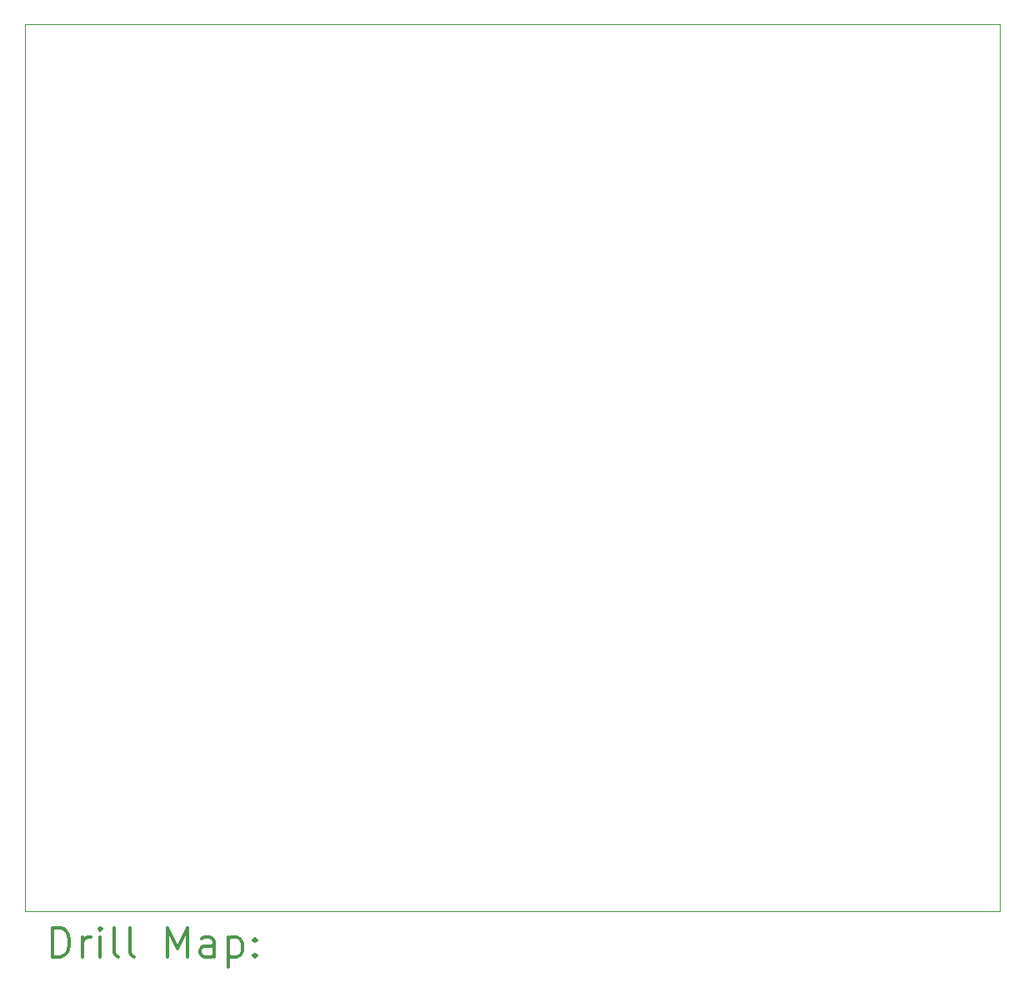
<source format=gbr>
%FSLAX45Y45*%
G04 Gerber Fmt 4.5, Leading zero omitted, Abs format (unit mm)*
G04 Created by KiCad (PCBNEW (5.1.12)-1) date 2021-12-02 17:45:34*
%MOMM*%
%LPD*%
G01*
G04 APERTURE LIST*
%TA.AperFunction,Profile*%
%ADD10C,0.050000*%
%TD*%
%ADD11C,0.200000*%
%ADD12C,0.300000*%
G04 APERTURE END LIST*
D10*
X14986000Y-11557000D02*
X14986000Y-2540000D01*
X5080000Y-11557000D02*
X14986000Y-11557000D01*
X14986000Y-2540000D02*
X5080000Y-2540000D01*
X5080000Y-2540000D02*
X5080000Y-11557000D01*
D11*
D12*
X5363928Y-12025214D02*
X5363928Y-11725214D01*
X5435357Y-11725214D01*
X5478214Y-11739500D01*
X5506786Y-11768071D01*
X5521071Y-11796643D01*
X5535357Y-11853786D01*
X5535357Y-11896643D01*
X5521071Y-11953786D01*
X5506786Y-11982357D01*
X5478214Y-12010929D01*
X5435357Y-12025214D01*
X5363928Y-12025214D01*
X5663928Y-12025214D02*
X5663928Y-11825214D01*
X5663928Y-11882357D02*
X5678214Y-11853786D01*
X5692500Y-11839500D01*
X5721071Y-11825214D01*
X5749643Y-11825214D01*
X5849643Y-12025214D02*
X5849643Y-11825214D01*
X5849643Y-11725214D02*
X5835357Y-11739500D01*
X5849643Y-11753786D01*
X5863928Y-11739500D01*
X5849643Y-11725214D01*
X5849643Y-11753786D01*
X6035357Y-12025214D02*
X6006786Y-12010929D01*
X5992500Y-11982357D01*
X5992500Y-11725214D01*
X6192500Y-12025214D02*
X6163928Y-12010929D01*
X6149643Y-11982357D01*
X6149643Y-11725214D01*
X6535357Y-12025214D02*
X6535357Y-11725214D01*
X6635357Y-11939500D01*
X6735357Y-11725214D01*
X6735357Y-12025214D01*
X7006786Y-12025214D02*
X7006786Y-11868071D01*
X6992500Y-11839500D01*
X6963928Y-11825214D01*
X6906786Y-11825214D01*
X6878214Y-11839500D01*
X7006786Y-12010929D02*
X6978214Y-12025214D01*
X6906786Y-12025214D01*
X6878214Y-12010929D01*
X6863928Y-11982357D01*
X6863928Y-11953786D01*
X6878214Y-11925214D01*
X6906786Y-11910929D01*
X6978214Y-11910929D01*
X7006786Y-11896643D01*
X7149643Y-11825214D02*
X7149643Y-12125214D01*
X7149643Y-11839500D02*
X7178214Y-11825214D01*
X7235357Y-11825214D01*
X7263928Y-11839500D01*
X7278214Y-11853786D01*
X7292500Y-11882357D01*
X7292500Y-11968071D01*
X7278214Y-11996643D01*
X7263928Y-12010929D01*
X7235357Y-12025214D01*
X7178214Y-12025214D01*
X7149643Y-12010929D01*
X7421071Y-11996643D02*
X7435357Y-12010929D01*
X7421071Y-12025214D01*
X7406786Y-12010929D01*
X7421071Y-11996643D01*
X7421071Y-12025214D01*
X7421071Y-11839500D02*
X7435357Y-11853786D01*
X7421071Y-11868071D01*
X7406786Y-11853786D01*
X7421071Y-11839500D01*
X7421071Y-11868071D01*
M02*

</source>
